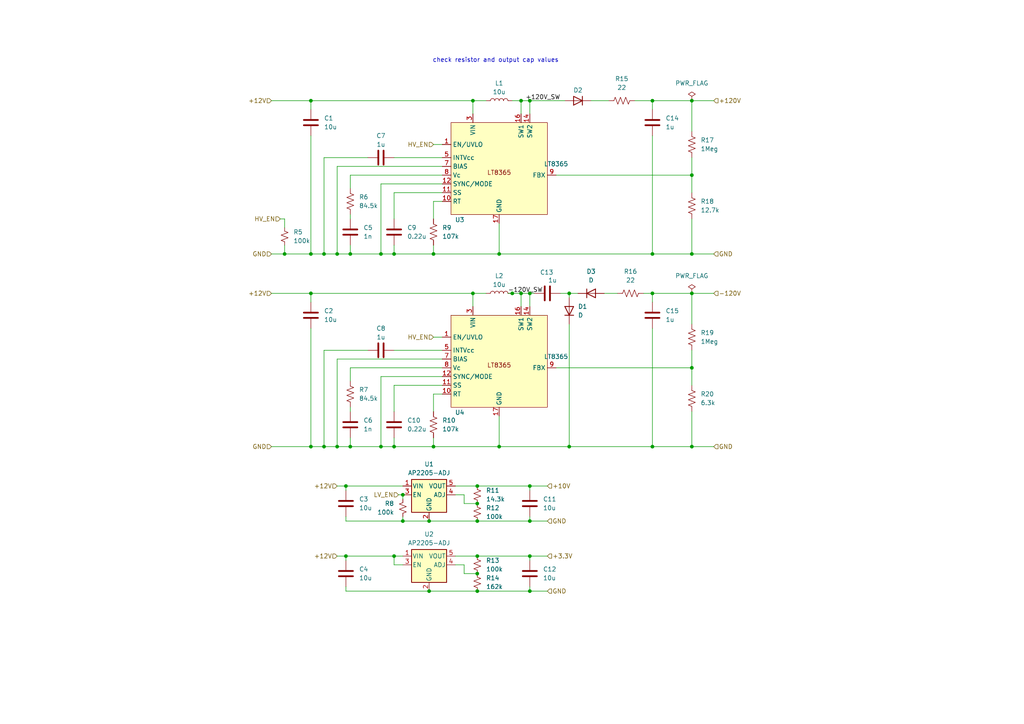
<source format=kicad_sch>
(kicad_sch (version 20250114) (generator "eeschema") (generator_version "9.0")
  (paper "A4")
  (lib_symbols
    (symbol "Device:C" (pin_numbers (hide yes)) (pin_names (offset 0.254))
      (property "Reference" "C" (at 0.635 2.54 0))
      (property "Value" "C" (at 0.635 -2.54 0))
      (symbol "C_0_1"
        (polyline (pts (xy -2.032 0.762) (xy 2.032 0.762)) (stroke (width 0.508)))
        (polyline (pts (xy -2.032 -0.762) (xy 2.032 -0.762)) (stroke (width 0.508)))
      )
      (symbol "C_1_1"
        (pin passive line (at 0 3.81 270) (length 2.794) (name "~") (number "1"))
        (pin passive line (at 0 -3.81 90) (length 2.794) (name "~") (number "2"))
      )
    )
    (symbol "Device:D" (pin_numbers (hide yes)) (pin_names (offset 1.016) (hide yes))
      (property "Reference" "D" (at 0 2.54 0))
      (property "Value" "D" (at 0 -2.54 0))
      (symbol "D_0_1"
        (polyline (pts (xy -1.27 1.27) (xy -1.27 -1.27)) (stroke (width 0.254)))
        (polyline (pts (xy 1.27 1.27) (xy 1.27 -1.27) (xy -1.27 0) (xy 1.27 1.27)) (stroke (width 0.254)))
        (polyline (pts (xy 1.27 0) (xy -1.27 0)))
      )
      (symbol "D_1_1"
        (pin passive line (at -3.81 0 0) (length 2.54) (name "K") (number "1"))
        (pin passive line (at 3.81 0 180) (length 2.54) (name "A") (number "2"))
      )
    )
    (symbol "Device:L" (pin_numbers (hide yes)) (pin_names (offset 1.016) (hide yes))
      (property "Reference" "L" (at -1.27 0 90))
      (property "Value" "L" (at 1.905 0 90))
      (symbol "L_0_1"
        (arc (start 0 2.54) (mid 0.6323 1.905) (end 0 1.27))
        (arc (start 0 1.27) (mid 0.6323 0.635) (end 0 0))
        (arc (start 0 0) (mid 0.6323 -0.635) (end 0 -1.27))
        (arc (start 0 -1.27) (mid 0.6323 -1.905) (end 0 -2.54))
      )
      (symbol "L_1_1"
        (pin passive line (at 0 3.81 270) (length 1.27) (name "1") (number "1"))
        (pin passive line (at 0 -3.81 90) (length 1.27) (name "2") (number "2"))
      )
    )
    (symbol "Device:R_Small_US" (pin_numbers (hide yes)) (pin_names (offset 0.254) (hide yes))
      (property "Reference" "R" (at 0.762 0.508 0))
      (property "Value" "R_Small_US" (at 0.762 -1.016 0))
      (symbol "R_Small_US_1_1"
        (polyline (pts (xy 0 1.524) (xy 1.016 1.143) (xy 0 0.762) (xy -1.016 0.381) (xy 0 0)))
        (polyline (pts (xy 0 0) (xy 1.016 -0.381) (xy 0 -0.762) (xy -1.016 -1.143) (xy 0 -1.524)))
        (pin passive line (at 0 2.54 270) (length 1.016) (name "~") (number "1"))
        (pin passive line (at 0 -2.54 90) (length 1.016) (name "~") (number "2"))
      )
    )
    (symbol "Device:R_US" (pin_numbers (hide yes)) (pin_names (offset 0))
      (property "Reference" "R" (at 2.54 0 90))
      (property "Value" "R_US" (at -2.54 0 90))
      (symbol "R_US_0_1"
        (polyline (pts (xy 0 2.286) (xy 0 2.54)))
        (polyline (pts (xy 0 2.286) (xy 1.016 1.905) (xy 0 1.524) (xy -1.016 1.143) (xy 0 0.762)))
        (polyline (pts (xy 0 0.762) (xy 1.016 0.381) (xy 0 0) (xy -1.016 -0.381) (xy 0 -0.762)))
        (polyline (pts (xy 0 -0.762) (xy 1.016 -1.143) (xy 0 -1.524) (xy -1.016 -1.905) (xy 0 -2.286)))
        (polyline (pts (xy 0 -2.286) (xy 0 -2.54)))
      )
      (symbol "R_US_1_1"
        (pin passive line (at 0 3.81 270) (length 1.27) (name "~") (number "1"))
        (pin passive line (at 0 -3.81 90) (length 1.27) (name "~") (number "2"))
      )
    )
    (symbol "LT8365:LT8365"
      (property "Reference" "U" (at -12.954 -14.224 0))
      (symbol "LT8365_1_1"
        (rectangle (start -13.97 13.97) (end 13.97 -12.7) (fill (type background)))
        (text "LT8365\n" (at 0 -0.508 0) (effects (font (size 1.27 1.27))))
        (pin input line (at -16.51 7.62 0) (length 2.54) (name "EN/UVLO") (number "1"))
        (pin input line (at -16.51 3.81 0) (length 2.54) (name "INTVcc") (number "5"))
        (pin input line (at -16.51 1.27 0) (length 2.54) (name "BIAS") (number "7"))
        (pin input line (at -16.51 -1.27 0) (length 2.54) (name "Vc") (number "8"))
        (pin input line (at -16.51 -3.81 0) (length 2.54) (name "SYNC/MODE") (number "12"))
        (pin input line (at -16.51 -6.35 0) (length 2.54) (name "SS") (number "11"))
        (pin input line (at -16.51 -8.89 0) (length 2.54) (name "RT") (number "10"))
        (pin power_in line (at -7.62 16.51 270) (length 2.54) (name "VIN") (number "3"))
        (pin input line (at 0 -15.24 90) (length 2.54) (name "GND") (number "17"))
        (pin input line (at 6.35 16.51 270) (length 2.54) (name "SW1") (number "16"))
        (pin input line (at 8.89 16.51 270) (length 2.54) (name "SW2") (number "14"))
        (pin input line (at 16.51 -1.27 180) (length 2.54) (name "FBX") (number "9"))
      )
    )
    (symbol "Regulator_Linear:AP2204K-ADJ" (pin_names (offset 0.254))
      (property "Reference" "U" (at -5.08 5.715 0))
      (property "Value" "AP2204K-ADJ" (at 0 5.715 0))
      (symbol "AP2204K-ADJ_0_1"
        (rectangle (start -5.08 4.445) (end 5.08 -5.08) (stroke (width 0.254)) (fill (type background)))
      )
      (symbol "AP2204K-ADJ_1_1"
        (pin power_in line (at -7.62 2.54 0) (length 2.54) (name "VIN") (number "1"))
        (pin input line (at -7.62 0 0) (length 2.54) (name "EN") (number "3"))
        (pin power_in line (at 0 -7.62 90) (length 2.54) (name "GND") (number "2"))
        (pin power_out line (at 7.62 2.54 180) (length 2.54) (name "VOUT") (number "5"))
        (pin input line (at 7.62 0 180) (length 2.54) (name "ADJ") (number "4"))
      )
    )
    (symbol "power:PWR_FLAG" (power) (pin_numbers (hide yes)) (pin_names (offset 0) (hide yes))
      (property "Value" "PWR_FLAG" (at 0 3.81 0))
      (symbol "PWR_FLAG_0_0"
        (pin power_out line (at 0 0 90) (length 0) (name "~") (number "1"))
      )
      (symbol "PWR_FLAG_0_1"
        (polyline (pts (xy 0 0) (xy 0 1.27) (xy -1.016 1.905) (xy 0 2.54) (xy 1.016 1.905) (xy 0 1.27)))
      )
    )
  )
  (text "check resistor and output cap values\n" (at 143.764 17.526 0) (effects (font (size 1.27 1.27))))
  (junction (at 189.23 85.09))
  (junction (at 153.67 29.21))
  (junction (at 124.46 171.45))
  (junction (at 138.43 171.45))
  (junction (at 200.66 50.8))
  (junction (at 153.67 171.45))
  (junction (at 97.79 73.66))
  (junction (at 101.6 129.54))
  (junction (at 114.3 129.54))
  (junction (at 110.49 129.54))
  (junction (at 114.3 161.29))
  (junction (at 189.23 73.66))
  (junction (at 137.16 85.09))
  (junction (at 125.73 73.66))
  (junction (at 138.43 151.13))
  (junction (at 93.98 73.66))
  (junction (at 110.49 73.66))
  (junction (at 138.43 140.97))
  (junction (at 97.79 129.54))
  (junction (at 165.1 129.54))
  (junction (at 137.16 29.21))
  (junction (at 90.17 29.21))
  (junction (at 124.46 151.13))
  (junction (at 144.78 129.54))
  (junction (at 200.66 85.09))
  (junction (at 116.84 143.51))
  (junction (at 189.23 129.54))
  (junction (at 100.33 140.97))
  (junction (at 116.84 151.13))
  (junction (at 93.98 129.54))
  (junction (at 82.55 73.66))
  (junction (at 153.67 151.13))
  (junction (at 90.17 129.54))
  (junction (at 100.33 161.29))
  (junction (at 151.13 85.09))
  (junction (at 153.67 85.09))
  (junction (at 90.17 73.66))
  (junction (at 138.43 146.05))
  (junction (at 189.23 29.21))
  (junction (at 138.43 166.37))
  (junction (at 151.13 29.21))
  (junction (at 148.59 85.09))
  (junction (at 114.3 73.66))
  (junction (at 125.73 129.54))
  (junction (at 101.6 73.66))
  (junction (at 200.66 129.54))
  (junction (at 200.66 29.21))
  (junction (at 144.78 73.66))
  (junction (at 153.67 161.29))
  (junction (at 138.43 161.29))
  (junction (at 165.1 85.09))
  (junction (at 200.66 106.68))
  (junction (at 90.17 85.09))
  (junction (at 200.66 73.66))
  (junction (at 153.67 140.97))
  (wire (pts (xy 189.23 85.09) (xy 189.23 87.63)))
  (wire (pts (xy 162.56 85.09) (xy 165.1 85.09)))
  (wire (pts (xy 90.17 85.09) (xy 137.16 85.09)))
  (wire (pts (xy 189.23 73.66) (xy 200.66 73.66)))
  (wire (pts (xy 138.43 161.29) (xy 153.67 161.29)))
  (wire (pts (xy 125.73 97.79) (xy 128.27 97.79)))
  (wire (pts (xy 116.84 161.29) (xy 114.3 161.29)))
  (wire (pts (xy 153.67 171.45) (xy 158.75 171.45)))
  (wire (pts (xy 101.6 73.66) (xy 110.49 73.66)))
  (wire (pts (xy 151.13 33.02) (xy 151.13 29.21)))
  (wire (pts (xy 114.3 45.72) (xy 128.27 45.72)))
  (wire (pts (xy 147.32 85.09) (xy 148.59 85.09)))
  (wire (pts (xy 114.3 111.76) (xy 114.3 119.38)))
  (wire (pts (xy 114.3 101.6) (xy 128.27 101.6)))
  (wire (pts (xy 101.6 106.68) (xy 128.27 106.68)))
  (wire (pts (xy 200.66 63.5) (xy 200.66 73.66)))
  (wire (pts (xy 125.73 114.3) (xy 125.73 119.38)))
  (wire (pts (xy 90.17 85.09) (xy 90.17 87.63)))
  (wire (pts (xy 186.69 85.09) (xy 189.23 85.09)))
  (wire (pts (xy 200.66 50.8) (xy 200.66 55.88)))
  (wire (pts (xy 200.66 119.38) (xy 200.66 129.54)))
  (wire (pts (xy 171.45 29.21) (xy 176.53 29.21)))
  (wire (pts (xy 128.27 104.14) (xy 97.79 104.14)))
  (wire (pts (xy 110.49 129.54) (xy 114.3 129.54)))
  (wire (pts (xy 93.98 101.6) (xy 93.98 129.54)))
  (wire (pts (xy 78.74 129.54) (xy 90.17 129.54)))
  (wire (pts (xy 200.66 106.68) (xy 200.66 111.76)))
  (wire (pts (xy 138.43 140.97) (xy 153.67 140.97)))
  (wire (pts (xy 97.79 129.54) (xy 101.6 129.54)))
  (wire (pts (xy 114.3 71.12) (xy 114.3 73.66)))
  (wire (pts (xy 114.3 161.29) (xy 100.33 161.29)))
  (wire (pts (xy 81.28 63.5) (xy 82.55 63.5)))
  (wire (pts (xy 189.23 129.54) (xy 200.66 129.54)))
  (wire (pts (xy 116.84 143.51) (xy 116.84 144.78)))
  (wire (pts (xy 138.43 146.05) (xy 134.62 146.05)))
  (wire (pts (xy 114.3 161.29) (xy 114.3 163.83)))
  (wire (pts (xy 189.23 29.21) (xy 189.23 31.75)))
  (wire (pts (xy 189.23 85.09) (xy 200.66 85.09)))
  (wire (pts (xy 132.08 140.97) (xy 138.43 140.97)))
  (wire (pts (xy 153.67 29.21) (xy 151.13 29.21)))
  (wire (pts (xy 165.1 93.98) (xy 165.1 129.54)))
  (wire (pts (xy 82.55 73.66) (xy 78.74 73.66)))
  (wire (pts (xy 138.43 151.13) (xy 153.67 151.13)))
  (wire (pts (xy 137.16 85.09) (xy 140.97 85.09)))
  (wire (pts (xy 93.98 129.54) (xy 97.79 129.54)))
  (wire (pts (xy 153.67 170.18) (xy 153.67 171.45)))
  (wire (pts (xy 114.3 127) (xy 114.3 129.54)))
  (wire (pts (xy 151.13 88.9) (xy 151.13 85.09)))
  (wire (pts (xy 148.59 29.21) (xy 151.13 29.21)))
  (wire (pts (xy 134.62 166.37) (xy 134.62 163.83)))
  (wire (pts (xy 153.67 161.29) (xy 158.75 161.29)))
  (wire (pts (xy 114.3 55.88) (xy 114.3 63.5)))
  (wire (pts (xy 128.27 114.3) (xy 125.73 114.3)))
  (wire (pts (xy 114.3 73.66) (xy 125.73 73.66)))
  (wire (pts (xy 100.33 149.86) (xy 100.33 151.13)))
  (wire (pts (xy 101.6 71.12) (xy 101.6 73.66)))
  (wire (pts (xy 161.29 50.8) (xy 200.66 50.8)))
  (wire (pts (xy 153.67 149.86) (xy 153.67 151.13)))
  (wire (pts (xy 124.46 151.13) (xy 138.43 151.13)))
  (wire (pts (xy 90.17 73.66) (xy 93.98 73.66)))
  (wire (pts (xy 138.43 171.45) (xy 153.67 171.45)))
  (wire (pts (xy 110.49 53.34) (xy 110.49 73.66)))
  (wire (pts (xy 115.57 143.51) (xy 116.84 143.51)))
  (wire (pts (xy 90.17 73.66) (xy 82.55 73.66)))
  (wire (pts (xy 128.27 55.88) (xy 114.3 55.88)))
  (wire (pts (xy 200.66 29.21) (xy 207.01 29.21)))
  (wire (pts (xy 101.6 118.11) (xy 101.6 119.38)))
  (wire (pts (xy 161.29 106.68) (xy 200.66 106.68)))
  (wire (pts (xy 114.3 129.54) (xy 125.73 129.54)))
  (wire (pts (xy 137.16 88.9) (xy 137.16 85.09)))
  (wire (pts (xy 128.27 58.42) (xy 125.73 58.42)))
  (wire (pts (xy 125.73 58.42) (xy 125.73 63.5)))
  (wire (pts (xy 200.66 29.21) (xy 200.66 38.1)))
  (wire (pts (xy 132.08 161.29) (xy 138.43 161.29)))
  (wire (pts (xy 101.6 129.54) (xy 110.49 129.54)))
  (wire (pts (xy 165.1 85.09) (xy 167.64 85.09)))
  (wire (pts (xy 101.6 127) (xy 101.6 129.54)))
  (wire (pts (xy 100.33 161.29) (xy 100.33 162.56)))
  (wire (pts (xy 97.79 161.29) (xy 100.33 161.29)))
  (wire (pts (xy 78.74 29.21) (xy 90.17 29.21)))
  (wire (pts (xy 106.68 45.72) (xy 93.98 45.72)))
  (wire (pts (xy 200.66 85.09) (xy 200.66 93.98)))
  (wire (pts (xy 93.98 45.72) (xy 93.98 73.66)))
  (wire (pts (xy 132.08 143.51) (xy 134.62 143.51)))
  (wire (pts (xy 125.73 129.54) (xy 144.78 129.54)))
  (wire (pts (xy 200.66 45.72) (xy 200.66 50.8)))
  (wire (pts (xy 175.26 85.09) (xy 179.07 85.09)))
  (wire (pts (xy 189.23 95.25) (xy 189.23 129.54)))
  (wire (pts (xy 144.78 73.66) (xy 189.23 73.66)))
  (wire (pts (xy 82.55 71.12) (xy 82.55 73.66)))
  (wire (pts (xy 144.78 129.54) (xy 144.78 120.65)))
  (wire (pts (xy 125.73 41.91) (xy 128.27 41.91)))
  (wire (pts (xy 100.33 140.97) (xy 116.84 140.97)))
  (wire (pts (xy 97.79 48.26) (xy 97.79 73.66)))
  (wire (pts (xy 78.74 85.09) (xy 90.17 85.09)))
  (wire (pts (xy 153.67 85.09) (xy 154.94 85.09)))
  (wire (pts (xy 100.33 140.97) (xy 100.33 142.24)))
  (wire (pts (xy 128.27 48.26) (xy 97.79 48.26)))
  (wire (pts (xy 90.17 29.21) (xy 90.17 31.75)))
  (wire (pts (xy 100.33 170.18) (xy 100.33 171.45)))
  (wire (pts (xy 110.49 109.22) (xy 110.49 129.54)))
  (wire (pts (xy 101.6 62.23) (xy 101.6 63.5)))
  (wire (pts (xy 116.84 163.83) (xy 114.3 163.83)))
  (wire (pts (xy 125.73 73.66) (xy 144.78 73.66)))
  (wire (pts (xy 97.79 73.66) (xy 101.6 73.66)))
  (wire (pts (xy 165.1 129.54) (xy 189.23 129.54)))
  (wire (pts (xy 101.6 54.61) (xy 101.6 50.8)))
  (wire (pts (xy 148.59 85.09) (xy 151.13 85.09)))
  (wire (pts (xy 93.98 73.66) (xy 97.79 73.66)))
  (wire (pts (xy 90.17 39.37) (xy 90.17 73.66)))
  (wire (pts (xy 153.67 85.09) (xy 151.13 85.09)))
  (wire (pts (xy 138.43 166.37) (xy 134.62 166.37)))
  (wire (pts (xy 200.66 101.6) (xy 200.66 106.68)))
  (wire (pts (xy 128.27 111.76) (xy 114.3 111.76)))
  (wire (pts (xy 165.1 85.09) (xy 165.1 86.36)))
  (wire (pts (xy 189.23 39.37) (xy 189.23 73.66)))
  (wire (pts (xy 116.84 151.13) (xy 124.46 151.13)))
  (wire (pts (xy 200.66 85.09) (xy 207.01 85.09)))
  (wire (pts (xy 110.49 73.66) (xy 114.3 73.66)))
  (wire (pts (xy 90.17 29.21) (xy 137.16 29.21)))
  (wire (pts (xy 125.73 71.12) (xy 125.73 73.66)))
  (wire (pts (xy 101.6 50.8) (xy 128.27 50.8)))
  (wire (pts (xy 106.68 101.6) (xy 93.98 101.6)))
  (wire (pts (xy 153.67 140.97) (xy 158.75 140.97)))
  (wire (pts (xy 144.78 129.54) (xy 165.1 129.54)))
  (wire (pts (xy 153.67 33.02) (xy 153.67 29.21)))
  (wire (pts (xy 125.73 127) (xy 125.73 129.54)))
  (wire (pts (xy 184.15 29.21) (xy 189.23 29.21)))
  (wire (pts (xy 97.79 140.97) (xy 100.33 140.97)))
  (wire (pts (xy 153.67 140.97) (xy 153.67 142.24)))
  (wire (pts (xy 128.27 109.22) (xy 110.49 109.22)))
  (wire (pts (xy 82.55 63.5) (xy 82.55 66.04)))
  (wire (pts (xy 144.78 73.66) (xy 144.78 64.77)))
  (wire (pts (xy 189.23 29.21) (xy 200.66 29.21)))
  (wire (pts (xy 124.46 171.45) (xy 138.43 171.45)))
  (wire (pts (xy 153.67 88.9) (xy 153.67 85.09)))
  (wire (pts (xy 153.67 151.13) (xy 158.75 151.13)))
  (wire (pts (xy 128.27 53.34) (xy 110.49 53.34)))
  (wire (pts (xy 153.67 29.21) (xy 163.83 29.21)))
  (wire (pts (xy 200.66 129.54) (xy 207.01 129.54)))
  (wire (pts (xy 200.66 73.66) (xy 207.01 73.66)))
  (wire (pts (xy 132.08 163.83) (xy 134.62 163.83)))
  (wire (pts (xy 153.67 161.29) (xy 153.67 162.56)))
  (wire (pts (xy 116.84 149.86) (xy 116.84 151.13)))
  (wire (pts (xy 134.62 146.05) (xy 134.62 143.51)))
  (wire (pts (xy 100.33 151.13) (xy 116.84 151.13)))
  (wire (pts (xy 101.6 110.49) (xy 101.6 106.68)))
  (wire (pts (xy 100.33 171.45) (xy 124.46 171.45)))
  (wire (pts (xy 90.17 95.25) (xy 90.17 129.54)))
  (wire (pts (xy 97.79 104.14) (xy 97.79 129.54)))
  (wire (pts (xy 137.16 29.21) (xy 140.97 29.21)))
  (wire (pts (xy 137.16 33.02) (xy 137.16 29.21)))
  (wire (pts (xy 90.17 129.54) (xy 93.98 129.54)))
  (label "+120V_SW" (at 152.4 29.21 0))
  (label "-120V_SW" (at 147.32 85.09 0))
  (hierarchical_label "GND" (shape input) (at 158.75 171.45 0))
  (hierarchical_label "+12V" (shape input) (at 97.79 140.97 180))
  (hierarchical_label "HV_EN" (shape input) (at 81.28 63.5 180))
  (hierarchical_label "LV_EN" (shape input) (at 115.57 143.51 180))
  (hierarchical_label "GND" (shape input) (at 207.01 73.66 0))
  (hierarchical_label "GND" (shape input) (at 207.01 129.54 0))
  (hierarchical_label "GND" (shape input) (at 158.75 151.13 0))
  (hierarchical_label "GND" (shape input) (at 78.74 129.54 180))
  (hierarchical_label "+120V" (shape input) (at 207.01 29.21 0))
  (hierarchical_label "+12V" (shape input) (at 97.79 161.29 180))
  (hierarchical_label "+10V" (shape input) (at 158.75 140.97 0))
  (hierarchical_label "HV_EN" (shape input) (at 125.73 41.91 180))
  (hierarchical_label "+12V" (shape input) (at 78.74 29.21 180))
  (hierarchical_label "+3.3V" (shape input) (at 158.75 161.29 0))
  (hierarchical_label "HV_EN" (shape input) (at 125.73 97.79 180))
  (hierarchical_label "-120V" (shape input) (at 207.01 85.09 0))
  (hierarchical_label "GND" (shape input) (at 78.74 73.66 180))
  (hierarchical_label "+12V" (shape input) (at 78.74 85.09 180))
  (symbol (lib_id "Device:L") (at 144.78 29.21 90) (unit 1)
    (property "Reference" "L1" (at 144.78 24.13 90))
    (property "Value" "10u" (at 144.78 26.67 90))
    (property "Footprint" "Inductor_SMD:L_APV_APH0420" (effects (hide yes)))
    (property "Description" "Inductor" (effects (hide yes)))
    (property "Digikey P/N" "74437324100" (effects (hide yes)))
    (property "JLCPCB P/N" "FXL0420-100-M" (effects (hide yes)))
  )
  (symbol (lib_id "Device:R_US") (at 125.73 67.31 0) (unit 1)
    (property "Reference" "R9" (at 128.27 66.0399 0) (effects (justify left)))
    (property "Value" "107k" (at 128.27 68.5799 0) (effects (justify left)))
    (property "Footprint" "Resistor_SMD:R_0603_1608Metric" (effects (hide yes)))
    (property "Description" "Resistor, US symbol" (effects (hide yes)))
    (property "Digikey P/N" "RC0603FR-07107KL" (effects (hide yes)))
    (property "JLCPCB P/N" "0603WAF1103T5E" (effects (hide yes)))
  )
  (symbol (lib_id "Device:C") (at 110.49 101.6 90) (unit 1)
    (property "Reference" "C8" (at 110.49 95.25 90))
    (property "Value" "1u" (at 110.49 97.79 90))
    (property "Footprint" "Capacitor_SMD:C_0603_1608Metric" (effects (hide yes)))
    (property "Description" "Unpolarized capacitor" (effects (hide yes)))
    (property "Digikey P/N" "CL10A105KA8NNNC" (effects (hide yes)))
    (property "JLCPCB P/N" "CL10A105KB8NNNC" (effects (hide yes)))
  )
  (symbol (lib_id "Device:R_US") (at 180.34 29.21 90) (unit 1)
    (property "Reference" "R15" (at 180.34 22.86 90))
    (property "Value" "22" (at 180.34 25.4 90))
    (property "Footprint" "Resistor_SMD:R_1206_3216Metric" (effects (hide yes)))
    (property "Description" "Resistor, US symbol" (effects (hide yes)))
    (property "Digikey P/N" "RV1206JR-0722ML" (effects (hide yes)))
    (property "JLCPCB P/N" "1206W4F220JT5E" (effects (hide yes)))
  )
  (symbol (lib_id "Device:D") (at 165.1 90.17 90) (unit 1)
    (property "Reference" "D1" (at 167.64 88.8999 90) (effects (justify right)))
    (property "Value" "D" (at 167.64 91.4399 90) (effects (justify right)))
    (property "Footprint" "Diode_SMD:D_SOD-123F" (effects (hide yes)))
    (property "Description" "Diode" (effects (hide yes)))
    (property "Sim.Device" "D" (effects (hide yes)))
    (property "Sim.Pins" "1=K 2=A" (effects (hide yes)))
    (property "Digikey P/N" "MBR2H200SFT1G " (effects (hide yes)))
    (property "JLCPCB P/N" "DSK320" (effects (hide yes)))
  )
  (symbol (lib_id "Device:R_Small_US") (at 138.43 168.91 0) (unit 1)
    (property "Reference" "R14" (at 140.97 167.6399 0) (effects (justify left)))
    (property "Value" "162k" (at 140.97 170.1799 0) (effects (justify left)))
    (property "Footprint" "Resistor_SMD:R_0603_1608Metric" (effects (hide yes)))
    (property "Description" "Resistor, small US symbol" (effects (hide yes)))
    (property "Digikey P/N" "ERJ-3EKF1623V" (effects (hide yes)))
    (property "JLCPCB P/N" "0603WAF1603T5E" (effects (hide yes)))
  )
  (symbol (lib_id "Device:C") (at 114.3 123.19 0) (unit 1)
    (property "Reference" "C10" (at 118.11 121.9199 0) (effects (justify left)))
    (property "Value" "0.22u" (at 118.11 124.4599 0) (effects (justify left)))
    (property "Footprint" "Capacitor_SMD:C_0805_2012Metric" (effects (hide yes)))
    (property "Description" "Unpolarized capacitor" (effects (hide yes)))
    (property "Digikey P/N" "C0805C224K5RACTU" (effects (hide yes)))
    (property "JLCPCB P/N" "FS43X105K251EGG" (effects (hide yes)))
  )
  (symbol (lib_id "Device:L") (at 144.78 85.09 90) (unit 1)
    (property "Reference" "L2" (at 144.78 80.01 90))
    (property "Value" "10u" (at 144.78 82.55 90))
    (property "Footprint" "Inductor_SMD:L_APV_APH0420" (effects (hide yes)))
    (property "Description" "Inductor" (effects (hide yes)))
    (property "Digikey P/N" "74437324100" (effects (hide yes)))
    (property "JLCPCB P/N" "FXL0420-100-M" (effects (hide yes)))
  )
  (symbol (lib_id "Device:R_Small_US") (at 82.55 68.58 0) (unit 1)
    (property "Reference" "R5" (at 85.09 67.3099 0) (effects (justify left)))
    (property "Value" "100k" (at 85.09 69.8499 0) (effects (justify left)))
    (property "Footprint" "Resistor_SMD:R_0603_1608Metric" (effects (hide yes)))
    (property "Description" "Resistor, small US symbol" (effects (hide yes)))
    (property "Digikey P/N" "RMCF0603FT100K" (effects (hide yes)))
    (property "JLCPCB P/N" "0603WAF1003T5E" (effects (hide yes)))
  )
  (symbol (lib_id "Regulator_Linear:AP2204K-ADJ") (at 124.46 143.51 0) (unit 1)
    (property "Reference" "U1" (at 124.46 134.62 0))
    (property "Value" "AP2205-ADJ" (at 124.46 137.16 0))
    (property "Footprint" "Package_TO_SOT_SMD:SOT-23-5" (effects (hide yes)))
    (property "Datasheet" "https://www.diodes.com/assets/Datasheets/products_inactive_data/AP2204.pdf" (effects (hide yes)))
    (property "Description" "150mA low dropout adjustable linear regulator, wide input voltage range, SOT-23-5 package" (effects (hide yes)))
    (property "Digikey P/N" "AP2205-W5-7" (effects (hide yes)))
    (property "JLCPCB P/N" "AP2205-W5-7" (effects (hide yes)))
  )
  (symbol (lib_id "Device:D") (at 171.45 85.09 0) (unit 1)
    (property "Reference" "D3" (at 171.45 78.74 0))
    (property "Value" "D" (at 171.45 81.28 0))
    (property "Footprint" "Diode_SMD:D_SOD-123F" (effects (hide yes)))
    (property "Description" "Diode" (effects (hide yes)))
    (property "Sim.Device" "D" (effects (hide yes)))
    (property "Sim.Pins" "1=K 2=A" (effects (hide yes)))
    (property "Digikey P/N" "MBR2H200SFT1G " (effects (hide yes)))
    (property "JLCPCB P/N" "DSK320" (effects (hide yes)))
  )
  (symbol (lib_id "Device:C") (at 101.6 123.19 0) (unit 1)
    (property "Reference" "C6" (at 105.41 121.9199 0) (effects (justify left)))
    (property "Value" "1n" (at 105.41 124.4599 0) (effects (justify left)))
    (property "Footprint" "Capacitor_SMD:C_0603_1608Metric" (effects (hide yes)))
    (property "Description" "Unpolarized capacitor" (effects (hide yes)))
    (property "Digikey P/N" "C0603C102K5RACTU" (effects (hide yes)))
    (property "JLCPCB P/N" "CL10B102KB8NNNC" (effects (hide yes)))
  )
  (symbol (lib_id "Device:R_US") (at 101.6 58.42 0) (unit 1)
    (property "Reference" "R6" (at 104.14 57.1499 0) (effects (justify left)))
    (property "Value" "84.5k" (at 104.14 59.6899 0) (effects (justify left)))
    (property "Footprint" "Resistor_SMD:R_0603_1608Metric" (effects (hide yes)))
    (property "Description" "Resistor, US symbol" (effects (hide yes)))
    (property "Digikey P/N" "RC0603FR-0784K5L" (effects (hide yes)))
    (property "JLCPCB P/N" "0603WAF8202T5E" (effects (hide yes)))
  )
  (symbol (lib_id "Device:R_Small_US") (at 116.84 147.32 0) (mirror y) (unit 1)
    (property "Reference" "R8" (at 114.3 146.0499 0) (effects (justify left)))
    (property "Value" "100k" (at 114.3 148.5899 0) (effects (justify left)))
    (property "Footprint" "Resistor_SMD:R_0603_1608Metric" (effects (hide yes)))
    (property "Description" "Resistor, small US symbol" (effects (hide yes)))
    (property "Digikey P/N" "RMCF0603FT100K" (effects (hide yes)))
    (property "JLCPCB P/N" "0603WAF1003T5E" (effects (hide yes)))
  )
  (symbol (lib_id "Device:C") (at 189.23 91.44 0) (unit 1)
    (property "Reference" "C15" (at 193.04 90.1699 0) (effects (justify left)))
    (property "Value" "1u" (at 193.04 92.71 0) (effects (justify left)))
    (property "Footprint" "Capacitor_SMD:C_1812_4532Metric" (effects (hide yes)))
    (property "Description" "Unpolarized capacitor" (effects (hide yes)))
    (property "Digikey P/N" "C5750X7R2E105K230KA" (effects (hide yes)))
    (property "JLCPCB P/N" "FS55X105K251EGG" (effects (hide yes)))
  )
  (symbol (lib_id "Device:C") (at 90.17 35.56 0) (unit 1)
    (property "Reference" "C1" (at 93.98 34.2899 0) (effects (justify left)))
    (property "Value" "10u" (at 93.98 36.8299 0) (effects (justify left)))
    (property "Footprint" "Capacitor_SMD:C_0805_2012Metric" (effects (hide yes)))
    (property "Description" "Unpolarized capacitor" (effects (hide yes)))
    (property "Digikey P/N" "CL21A106KAYNNNG" (effects (hide yes)))
    (property "JLCPCB P/N" "CL21A106KAYNNNE" (effects (hide yes)))
  )
  (symbol (lib_id "Device:C") (at 101.6 67.31 0) (unit 1)
    (property "Reference" "C5" (at 105.41 66.0399 0) (effects (justify left)))
    (property "Value" "1n" (at 105.41 68.5799 0) (effects (justify left)))
    (property "Footprint" "Capacitor_SMD:C_0603_1608Metric" (effects (hide yes)))
    (property "Description" "Unpolarized capacitor" (effects (hide yes)))
    (property "Digikey P/N" "C0603C102K5RACTU" (effects (hide yes)))
    (property "JLCPCB P/N" "CL10B102KB8NNNC" (effects (hide yes)))
  )
  (symbol (lib_id "Device:D") (at 167.64 29.21 180) (unit 1)
    (property "Reference" "D2" (at 167.64 26.162 0))
    (property "Value" "D" (effects (hide yes)))
    (property "Footprint" "Diode_SMD:D_SOD-123F" (effects (hide yes)))
    (property "Description" "Diode" (effects (hide yes)))
    (property "Sim.Device" "D" (effects (hide yes)))
    (property "Sim.Pins" "1=K 2=A" (effects (hide yes)))
    (property "Digikey P/N" "MBR2H200SFT1G " (effects (hide yes)))
    (property "JLCPCB P/N" "DSK320" (effects (hide yes)))
  )
  (symbol (lib_id "Device:C") (at 100.33 146.05 0) (unit 1)
    (property "Reference" "C3" (at 104.14 144.7799 0) (effects (justify left)))
    (property "Value" "10u" (at 104.14 147.3199 0) (effects (justify left)))
    (property "Footprint" "Capacitor_SMD:C_0805_2012Metric" (effects (hide yes)))
    (property "Description" "Unpolarized capacitor" (effects (hide yes)))
    (property "Digikey P/N" "CL21A106KAYNNNG" (effects (hide yes)))
    (property "JLCPCB P/N" "CL21A106KAYNNNE" (effects (hide yes)))
  )
  (symbol (lib_id "Device:C") (at 114.3 67.31 0) (unit 1)
    (property "Reference" "C9" (at 118.11 66.0399 0) (effects (justify left)))
    (property "Value" "0.22u" (at 118.11 68.5799 0) (effects (justify left)))
    (property "Footprint" "Capacitor_SMD:C_0805_2012Metric" (effects (hide yes)))
    (property "Description" "Unpolarized capacitor" (effects (hide yes)))
    (property "Digikey P/N" "C0805C224K5RACTU" (effects (hide yes)))
    (property "JLCPCB P/N" "FS43X105K251EGG" (effects (hide yes)))
  )
  (symbol (lib_id "Device:R_US") (at 200.66 97.79 180) (unit 1)
    (property "Reference" "R19" (at 203.2 96.5199 0) (effects (justify right)))
    (property "Value" "1Meg" (at 203.2 99.0599 0) (effects (justify right)))
    (property "Footprint" "Resistor_SMD:R_1206_3216Metric" (effects (hide yes)))
    (property "Description" "Resistor, US symbol" (effects (hide yes)))
    (property "Digikey P/N" "RNCS1206BKE1M00" (effects (hide yes)))
    (property "JLCPCB P/N" "1206W4F1004T5E" (effects (hide yes)))
  )
  (symbol (lib_id "Device:R_US") (at 182.88 85.09 90) (unit 1)
    (property "Reference" "R16" (at 182.88 78.74 90))
    (property "Value" "22" (at 182.88 81.28 90))
    (property "Footprint" "Resistor_SMD:R_1206_3216Metric" (effects (hide yes)))
    (property "Description" "Resistor, US symbol" (effects (hide yes)))
    (property "Digikey P/N" "RV1206JR-0722ML" (effects (hide yes)))
    (property "JLCPCB P/N" "1206W4F220JT5E" (effects (hide yes)))
  )
  (symbol (lib_id "Device:C") (at 153.67 166.37 0) (unit 1)
    (property "Reference" "C12" (at 157.48 165.0999 0) (effects (justify left)))
    (property "Value" "10u" (at 157.48 167.6399 0) (effects (justify left)))
    (property "Footprint" "Capacitor_SMD:C_0805_2012Metric" (effects (hide yes)))
    (property "Description" "Unpolarized capacitor" (effects (hide yes)))
    (property "Digikey P/N" "CL21A106KAYNNNG" (effects (hide yes)))
    (property "JLCPCB P/N" "CL21A106KAYNNNE" (effects (hide yes)))
  )
  (symbol (lib_id "LT8365:LT8365") (at 144.78 49.53 0) (unit 1)
    (property "Reference" "U3" (at 133.35 63.754 0))
    (property "Value" "LT8365" (at 161.29 47.5549 0))
    (property "Footprint" "Package_SO:Analog_MSOP-12-16-1EP_3x4.039mm_P0.5mm_EP1.651x2.845mm" (effects (hide yes)))
    (property "Digikey P/N" "LT8365EMSE#TRPBF" (effects (hide yes)))
    (property "JLCPCB P/N" "LT8365EMSE#TRPBF" (effects (hide yes)))
  )
  (symbol (lib_id "Device:R_Small_US") (at 138.43 143.51 0) (unit 1)
    (property "Reference" "R11" (at 140.97 142.2399 0) (effects (justify left)))
    (property "Value" "14.3k" (at 140.97 144.7799 0) (effects (justify left)))
    (property "Footprint" "Resistor_SMD:R_0603_1608Metric" (effects (hide yes)))
    (property "Description" "Resistor, small US symbol" (effects (hide yes)))
    (property "Digikey P/N" "RMCF0603FT14K3" (effects (hide yes)))
    (property "JLCPCB P/N" "0603WAF1502T5E" (effects (hide yes)))
  )
  (symbol (lib_id "Device:R_US") (at 200.66 59.69 180) (unit 1)
    (property "Reference" "R18" (at 203.2 58.4199 0) (effects (justify right)))
    (property "Value" "12.7k" (at 203.2 60.9599 0) (effects (justify right)))
    (property "Footprint" "Resistor_SMD:R_1206_3216Metric" (effects (hide yes)))
    (property "Description" "Resistor, US symbol" (effects (hide yes)))
    (property "Digikey P/N" "RMCF1206FT12K7" (effects (hide yes)))
    (property "JLCPCB P/N" "1206W4J0133T5E" (effects (hide yes)))
  )
  (symbol (lib_id "Device:R_Small_US") (at 138.43 163.83 0) (unit 1)
    (property "Reference" "R13" (at 140.97 162.5599 0) (effects (justify left)))
    (property "Value" "100k" (at 140.97 165.0999 0) (effects (justify left)))
    (property "Footprint" "Resistor_SMD:R_0603_1608Metric" (effects (hide yes)))
    (property "Description" "Resistor, small US symbol" (effects (hide yes)))
    (property "Digikey P/N" "RMCF0603FT100K" (effects (hide yes)))
    (property "JLCPCB P/N" "0603WAF1003T5E" (effects (hide yes)))
  )
  (symbol (lib_id "power:PWR_FLAG") (at 200.66 85.09 0) (unit 1)
    (property "Reference" "#FLG04" (effects (hide yes)))
    (property "Value" "PWR_FLAG" (at 200.66 80.01 0))
    (property "Description" "Special symbol for telling ERC where power comes from" (effects (hide yes)))
  )
  (symbol (lib_id "Device:R_US") (at 101.6 114.3 0) (unit 1)
    (property "Reference" "R7" (at 104.14 113.0299 0) (effects (justify left)))
    (property "Value" "84.5k" (at 104.14 115.5699 0) (effects (justify left)))
    (property "Footprint" "Resistor_SMD:R_0603_1608Metric" (effects (hide yes)))
    (property "Description" "Resistor, US symbol" (effects (hide yes)))
    (property "Digikey P/N" "RC0603FR-0784K5L" (effects (hide yes)))
    (property "JLCPCB P/N" "0603WAF8202T5E" (effects (hide yes)))
  )
  (symbol (lib_id "Device:C") (at 110.49 45.72 90) (unit 1)
    (property "Reference" "C7" (at 110.49 39.37 90))
    (property "Value" "1u" (at 110.49 41.91 90))
    (property "Footprint" "Capacitor_SMD:C_0603_1608Metric" (effects (hide yes)))
    (property "Description" "Unpolarized capacitor" (effects (hide yes)))
    (property "Digikey P/N" "CL10A105KA8NNNC" (effects (hide yes)))
    (property "JLCPCB P/N" "CL10A105KB8NNNC" (effects (hide yes)))
  )
  (symbol (lib_id "Regulator_Linear:AP2204K-ADJ") (at 124.46 163.83 0) (unit 1)
    (property "Reference" "U2" (at 124.46 154.94 0))
    (property "Value" "AP2205-ADJ" (at 124.46 157.48 0))
    (property "Footprint" "Package_TO_SOT_SMD:SOT-23-5" (effects (hide yes)))
    (property "Datasheet" "https://www.diodes.com/assets/Datasheets/products_inactive_data/AP2204.pdf" (effects (hide yes)))
    (property "Description" "150mA low dropout adjustable linear regulator, wide input voltage range, SOT-23-5 package" (effects (hide yes)))
    (property "Digikey P/N" "AP2205-W5-7" (effects (hide yes)))
    (property "JLCPCB P/N" "AP2205-W5-7" (effects (hide yes)))
  )
  (symbol (lib_id "Device:C") (at 153.67 146.05 0) (unit 1)
    (property "Reference" "C11" (at 157.48 144.7799 0) (effects (justify left)))
    (property "Value" "10u" (at 157.48 147.3199 0) (effects (justify left)))
    (property "Footprint" "Capacitor_SMD:C_0805_2012Metric" (effects (hide yes)))
    (property "Description" "Unpolarized capacitor" (effects (hide yes)))
    (property "Digikey P/N" "CL21A106KAYNNNG" (effects (hide yes)))
    (property "JLCPCB P/N" "CL21A106KAYNNNE" (effects (hide yes)))
  )
  (symbol (lib_id "Device:R_US") (at 200.66 41.91 180) (unit 1)
    (property "Reference" "R17" (at 203.2 40.6399 0) (effects (justify right)))
    (property "Value" "1Meg" (at 203.2 43.1799 0) (effects (justify right)))
    (property "Footprint" "Resistor_SMD:R_1206_3216Metric" (effects (hide yes)))
    (property "Description" "Resistor, US symbol" (effects (hide yes)))
    (property "Digikey P/N" "RNCS1206BKE1M00" (effects (hide yes)))
    (property "JLCPCB P/N" "1206W4F1004T5E" (effects (hide yes)))
  )
  (symbol (lib_id "Device:C") (at 189.23 35.56 0) (unit 1)
    (property "Reference" "C14" (at 193.04 34.2899 0) (effects (justify left)))
    (property "Value" "1u" (at 193.04 36.83 0) (effects (justify left)))
    (property "Footprint" "Capacitor_SMD:C_1812_4532Metric" (effects (hide yes)))
    (property "Description" "Unpolarized capacitor" (effects (hide yes)))
    (property "Digikey P/N" "C5750X7R2E105K230KA" (effects (hide yes)))
    (property "JLCPCB P/N" "FS55X105K251EGG" (effects (hide yes)))
  )
  (symbol (lib_id "Device:R_Small_US") (at 138.43 148.59 0) (unit 1)
    (property "Reference" "R12" (at 140.97 147.3199 0) (effects (justify left)))
    (property "Value" "100k" (at 140.97 149.8599 0) (effects (justify left)))
    (property "Footprint" "Resistor_SMD:R_0603_1608Metric" (effects (hide yes)))
    (property "Description" "Resistor, small US symbol" (effects (hide yes)))
    (property "Digikey P/N" "RMCF0603FT100K" (effects (hide yes)))
    (property "JLCPCB P/N" "0603WAF1003T5E" (effects (hide yes)))
  )
  (symbol (lib_id "power:PWR_FLAG") (at 200.66 29.21 0) (unit 1)
    (property "Reference" "#FLG03" (effects (hide yes)))
    (property "Value" "PWR_FLAG" (at 200.66 24.13 0))
    (property "Description" "Special symbol for telling ERC where power comes from" (effects (hide yes)))
  )
  (symbol (lib_id "Device:R_US") (at 125.73 123.19 0) (unit 1)
    (property "Reference" "R10" (at 128.27 121.9199 0) (effects (justify left)))
    (property "Value" "107k" (at 128.27 124.4599 0) (effects (justify left)))
    (property "Footprint" "Resistor_SMD:R_0603_1608Metric" (effects (hide yes)))
    (property "Description" "Resistor, US symbol" (effects (hide yes)))
    (property "Digikey P/N" "RC0603FR-07107KL" (effects (hide yes)))
    (property "JLCPCB P/N" "0603WAF1103T5E" (effects (hide yes)))
  )
  (symbol (lib_id "Device:C") (at 158.75 85.09 90) (unit 1)
    (property "Reference" "C13" (at 160.528 78.994 90) (effects (justify left)))
    (property "Value" "1u" (at 161.544 81.28 90) (effects (justify left)))
    (property "Footprint" "Capacitor_SMD:C_1812_4532Metric" (effects (hide yes)))
    (property "Description" "Unpolarized capacitor" (effects (hide yes)))
    (property "Digikey P/N" "C5750X7R2E105K230KA" (effects (hide yes)))
    (property "JLCPCB P/N" "FS55X105K251EGG" (effects (hide yes)))
  )
  (symbol (lib_id "Device:C") (at 100.33 166.37 0) (unit 1)
    (property "Reference" "C4" (at 104.14 165.0999 0) (effects (justify left)))
    (property "Value" "10u" (at 104.14 167.6399 0) (effects (justify left)))
    (property "Footprint" "Capacitor_SMD:C_0805_2012Metric" (effects (hide yes)))
    (property "Description" "Unpolarized capacitor" (effects (hide yes)))
    (property "Digikey P/N" "CL21A106KAYNNNG" (effects (hide yes)))
    (property "JLCPCB P/N" "CL21A106KAYNNNE" (effects (hide yes)))
  )
  (symbol (lib_id "Device:C") (at 90.17 91.44 0) (unit 1)
    (property "Reference" "C2" (at 93.98 90.1699 0) (effects (justify left)))
    (property "Value" "10u" (at 93.98 92.7099 0) (effects (justify left)))
    (property "Footprint" "Capacitor_SMD:C_0805_2012Metric" (effects (hide yes)))
    (property "Description" "Unpolarized capacitor" (effects (hide yes)))
    (property "Digikey P/N" "CL21A106KAYNNNG" (effects (hide yes)))
    (property "JLCPCB P/N" "CL21A106KAYNNNE" (effects (hide yes)))
  )
  (symbol (lib_id "Device:R_US") (at 200.66 115.57 180) (unit 1)
    (property "Reference" "R20" (at 203.2 114.2999 0) (effects (justify right)))
    (property "Value" "6.3k" (at 203.2 116.8399 0) (effects (justify right)))
    (property "Footprint" "Resistor_SMD:R_1206_3216Metric" (effects (hide yes)))
    (property "Datasheet" "RC1206FR-076K34L" (effects (hide yes)))
    (property "Description" "Resistor, US symbol" (effects (hide yes)))
    (property "Digikey P/N" "RC1206FR-076K34L" (effects (hide yes)))
    (property "JLCPCB P/N" "1206W4F6201T5E" (effects (hide yes)))
  )
  (symbol (lib_id "LT8365:LT8365") (at 144.78 105.41 0) (unit 1)
    (property "Reference" "U4" (at 133.35 119.634 0))
    (property "Value" "LT8365" (at 161.29 103.4349 0))
    (property "Footprint" "Package_SO:Analog_MSOP-12-16-1EP_3x4.039mm_P0.5mm_EP1.651x2.845mm" (effects (hide yes)))
    (property "Digikey P/N" "LT8365EMSE#TRPBF" (effects (hide yes)))
    (property "JLCPCB P/N" "LT8365EMSE#TRPBF" (effects (hide yes)))
  )
)
</source>
